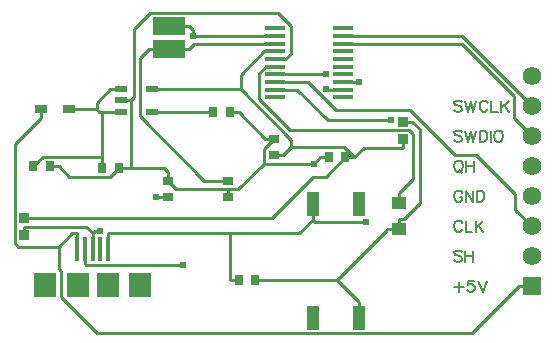
<source format=gtl>
G04 Layer: TopLayer*
G04 EasyEDA v6.5.40, 2024-08-14 22:01:03*
G04 cb6e2e9fbd21486d88ae5690d2d3dc00,10*
G04 Gerber Generator version 0.2*
G04 Scale: 100 percent, Rotated: No, Reflected: No *
G04 Dimensions in millimeters *
G04 leading zeros omitted , absolute positions ,4 integer and 5 decimal *
%FSLAX45Y45*%
%MOMM*%

%AMMACRO1*21,1,$1,$2,0,0,$3*%
%ADD10C,0.2032*%
%ADD11C,0.2540*%
%ADD12O,1.7420082X0.36400740000000004*%
%ADD13R,0.8000X0.9000*%
%ADD14R,0.9000X0.8000*%
%ADD15R,1.0000X0.7500*%
%ADD16R,1.1000X0.6000*%
%ADD17MACRO1,1.5X2.7X90.0000*%
%ADD18R,1.0000X2.0000*%
%ADD19R,0.4500X2.0000*%
%ADD20R,1.9000X2.1000*%
%ADD21MACRO1,0.864X0.8065X0.0000*%
%ADD22R,0.8640X0.8065*%
%ADD23R,1.2500X1.0000*%
%ADD24R,1.5748X1.5748*%
%ADD25C,1.5748*%
%ADD26C,0.6100*%
%ADD27C,0.0199*%

%LPD*%
D10*
X4229354Y-344423D02*
G01*
X4220209Y-335534D01*
X4206493Y-330962D01*
X4188206Y-330962D01*
X4174743Y-335534D01*
X4165600Y-344423D01*
X4165600Y-353568D01*
X4170172Y-362712D01*
X4174743Y-367284D01*
X4183888Y-371855D01*
X4211065Y-381000D01*
X4220209Y-385318D01*
X4224781Y-389889D01*
X4229354Y-399034D01*
X4229354Y-412750D01*
X4220209Y-421894D01*
X4206493Y-426465D01*
X4188206Y-426465D01*
X4174743Y-421894D01*
X4165600Y-412750D01*
X4259325Y-330962D02*
G01*
X4281931Y-426465D01*
X4304791Y-330962D02*
G01*
X4281931Y-426465D01*
X4304791Y-330962D02*
G01*
X4327397Y-426465D01*
X4350258Y-330962D02*
G01*
X4327397Y-426465D01*
X4448302Y-353568D02*
G01*
X4443729Y-344423D01*
X4434586Y-335534D01*
X4425695Y-330962D01*
X4407408Y-330962D01*
X4398263Y-335534D01*
X4389120Y-344423D01*
X4384802Y-353568D01*
X4380229Y-367284D01*
X4380229Y-389889D01*
X4384802Y-403605D01*
X4389120Y-412750D01*
X4398263Y-421894D01*
X4407408Y-426465D01*
X4425695Y-426465D01*
X4434586Y-421894D01*
X4443729Y-412750D01*
X4448302Y-403605D01*
X4478274Y-330962D02*
G01*
X4478274Y-426465D01*
X4478274Y-426465D02*
G01*
X4532884Y-426465D01*
X4562856Y-330962D02*
G01*
X4562856Y-426465D01*
X4626609Y-330962D02*
G01*
X4562856Y-394462D01*
X4585715Y-371855D02*
G01*
X4626609Y-426465D01*
X4229354Y-598423D02*
G01*
X4220209Y-589534D01*
X4206493Y-584962D01*
X4188206Y-584962D01*
X4174743Y-589534D01*
X4165600Y-598423D01*
X4165600Y-607568D01*
X4170172Y-616712D01*
X4174743Y-621284D01*
X4183888Y-625855D01*
X4211065Y-635000D01*
X4220209Y-639318D01*
X4224781Y-643889D01*
X4229354Y-653034D01*
X4229354Y-666750D01*
X4220209Y-675894D01*
X4206493Y-680465D01*
X4188206Y-680465D01*
X4174743Y-675894D01*
X4165600Y-666750D01*
X4259325Y-584962D02*
G01*
X4281931Y-680465D01*
X4304791Y-584962D02*
G01*
X4281931Y-680465D01*
X4304791Y-584962D02*
G01*
X4327397Y-680465D01*
X4350258Y-584962D02*
G01*
X4327397Y-680465D01*
X4380229Y-584962D02*
G01*
X4380229Y-680465D01*
X4380229Y-584962D02*
G01*
X4411979Y-584962D01*
X4425695Y-589534D01*
X4434586Y-598423D01*
X4439158Y-607568D01*
X4443729Y-621284D01*
X4443729Y-643889D01*
X4439158Y-657605D01*
X4434586Y-666750D01*
X4425695Y-675894D01*
X4411979Y-680465D01*
X4380229Y-680465D01*
X4473702Y-584962D02*
G01*
X4473702Y-680465D01*
X4531106Y-584962D02*
G01*
X4521961Y-589534D01*
X4512818Y-598423D01*
X4508245Y-607568D01*
X4503674Y-621284D01*
X4503674Y-643889D01*
X4508245Y-657605D01*
X4512818Y-666750D01*
X4521961Y-675894D01*
X4531106Y-680465D01*
X4549140Y-680465D01*
X4558284Y-675894D01*
X4567427Y-666750D01*
X4572000Y-657605D01*
X4576572Y-643889D01*
X4576572Y-621284D01*
X4572000Y-607568D01*
X4567427Y-598423D01*
X4558284Y-589534D01*
X4549140Y-584962D01*
X4531106Y-584962D01*
X4192777Y-838962D02*
G01*
X4183888Y-843534D01*
X4174743Y-852423D01*
X4170172Y-861568D01*
X4165600Y-875284D01*
X4165600Y-897889D01*
X4170172Y-911605D01*
X4174743Y-920750D01*
X4183888Y-929894D01*
X4192777Y-934465D01*
X4211065Y-934465D01*
X4220209Y-929894D01*
X4229354Y-920750D01*
X4233672Y-911605D01*
X4238243Y-897889D01*
X4238243Y-875284D01*
X4233672Y-861568D01*
X4229354Y-852423D01*
X4220209Y-843534D01*
X4211065Y-838962D01*
X4192777Y-838962D01*
X4206493Y-916178D02*
G01*
X4233672Y-943355D01*
X4268215Y-838962D02*
G01*
X4268215Y-934465D01*
X4331970Y-838962D02*
G01*
X4331970Y-934465D01*
X4268215Y-884428D02*
G01*
X4331970Y-884428D01*
X4233672Y-1115568D02*
G01*
X4229354Y-1106423D01*
X4220209Y-1097534D01*
X4211065Y-1092962D01*
X4192777Y-1092962D01*
X4183888Y-1097534D01*
X4174743Y-1106423D01*
X4170172Y-1115568D01*
X4165600Y-1129284D01*
X4165600Y-1151889D01*
X4170172Y-1165605D01*
X4174743Y-1174750D01*
X4183888Y-1183894D01*
X4192777Y-1188465D01*
X4211065Y-1188465D01*
X4220209Y-1183894D01*
X4229354Y-1174750D01*
X4233672Y-1165605D01*
X4233672Y-1151889D01*
X4211065Y-1151889D02*
G01*
X4233672Y-1151889D01*
X4263897Y-1092962D02*
G01*
X4263897Y-1188465D01*
X4263897Y-1092962D02*
G01*
X4327397Y-1188465D01*
X4327397Y-1092962D02*
G01*
X4327397Y-1188465D01*
X4357370Y-1092962D02*
G01*
X4357370Y-1188465D01*
X4357370Y-1092962D02*
G01*
X4389120Y-1092962D01*
X4402836Y-1097534D01*
X4411979Y-1106423D01*
X4416552Y-1115568D01*
X4421124Y-1129284D01*
X4421124Y-1151889D01*
X4416552Y-1165605D01*
X4411979Y-1174750D01*
X4402836Y-1183894D01*
X4389120Y-1188465D01*
X4357370Y-1188465D01*
X4233672Y-1369568D02*
G01*
X4229354Y-1360423D01*
X4220209Y-1351534D01*
X4211065Y-1346962D01*
X4192777Y-1346962D01*
X4183888Y-1351534D01*
X4174743Y-1360423D01*
X4170172Y-1369568D01*
X4165600Y-1383284D01*
X4165600Y-1405889D01*
X4170172Y-1419605D01*
X4174743Y-1428750D01*
X4183888Y-1437894D01*
X4192777Y-1442465D01*
X4211065Y-1442465D01*
X4220209Y-1437894D01*
X4229354Y-1428750D01*
X4233672Y-1419605D01*
X4263897Y-1346962D02*
G01*
X4263897Y-1442465D01*
X4263897Y-1442465D02*
G01*
X4318254Y-1442465D01*
X4348225Y-1346962D02*
G01*
X4348225Y-1442465D01*
X4411979Y-1346962D02*
G01*
X4348225Y-1410462D01*
X4371086Y-1387855D02*
G01*
X4411979Y-1442465D01*
X4229354Y-1614423D02*
G01*
X4220209Y-1605534D01*
X4206493Y-1600962D01*
X4188206Y-1600962D01*
X4174743Y-1605534D01*
X4165600Y-1614423D01*
X4165600Y-1623568D01*
X4170172Y-1632712D01*
X4174743Y-1637284D01*
X4183888Y-1641855D01*
X4211065Y-1651000D01*
X4220209Y-1655318D01*
X4224781Y-1659889D01*
X4229354Y-1669034D01*
X4229354Y-1682750D01*
X4220209Y-1691894D01*
X4206493Y-1696465D01*
X4188206Y-1696465D01*
X4174743Y-1691894D01*
X4165600Y-1682750D01*
X4259325Y-1600962D02*
G01*
X4259325Y-1696465D01*
X4322825Y-1600962D02*
G01*
X4322825Y-1696465D01*
X4259325Y-1646428D02*
G01*
X4322825Y-1646428D01*
X4206493Y-1868423D02*
G01*
X4206493Y-1950465D01*
X4165600Y-1909318D02*
G01*
X4247388Y-1909318D01*
X4331970Y-1854962D02*
G01*
X4286504Y-1854962D01*
X4281931Y-1895855D01*
X4286504Y-1891284D01*
X4300220Y-1886712D01*
X4313681Y-1886712D01*
X4327397Y-1891284D01*
X4336541Y-1900428D01*
X4341113Y-1913889D01*
X4341113Y-1923034D01*
X4336541Y-1936750D01*
X4327397Y-1945894D01*
X4313681Y-1950465D01*
X4300220Y-1950465D01*
X4286504Y-1945894D01*
X4281931Y-1941321D01*
X4277359Y-1932178D01*
X4371086Y-1854962D02*
G01*
X4407408Y-1950465D01*
X4443729Y-1854962D02*
G01*
X4407408Y-1950465D01*
D11*
X3733800Y-732586D02*
G01*
X3397961Y-732586D01*
X3317747Y-812800D01*
X3733800Y-659536D02*
G01*
X3733800Y-732586D01*
X3245002Y-812800D02*
G01*
X3317747Y-812800D01*
X2641600Y-793902D02*
G01*
X2719349Y-793902D01*
X2356332Y-235204D02*
G01*
X2356332Y-114731D01*
X2555875Y84810D01*
X2646603Y84810D01*
X1603222Y-235204D02*
G01*
X2356332Y-235204D01*
X2356332Y-235204D02*
G01*
X2787370Y-666242D01*
X2787370Y-725881D01*
X2719349Y-793902D02*
G01*
X2787370Y-725881D01*
X2787370Y-725881D02*
G01*
X3230829Y-725881D01*
X3317747Y-812800D01*
X520700Y-1321663D02*
G01*
X596645Y-1321663D01*
X596645Y-1321663D02*
G01*
X2626893Y-1321663D01*
X2972181Y-976376D01*
X3081426Y-976376D01*
X3245002Y-812800D01*
X1039850Y-1586407D02*
G01*
X1039850Y-1719117D01*
X1039850Y-1719120D01*
X1039850Y-1719122D02*
G01*
X1048029Y-1727301D01*
X1872742Y-1727301D01*
X3220796Y-175209D02*
G01*
X3361080Y-175209D01*
X2646603Y-240207D02*
G01*
X2837484Y-240207D01*
X3094329Y-497052D01*
X3627577Y-497052D01*
X2646603Y-110210D02*
G01*
X3080156Y-110210D01*
X2342997Y-1854200D02*
G01*
X2270252Y-1854200D01*
X1234922Y-1586407D02*
G01*
X1234922Y-1453644D01*
X1234920Y-1453642D01*
X1343177Y-330200D02*
G01*
X1430934Y-330200D01*
X743102Y-889000D02*
G01*
X815847Y-889000D01*
X2247900Y-1082370D02*
G01*
X2247900Y-1149502D01*
X2247900Y-1082370D02*
G01*
X1812772Y-1082370D01*
X1739900Y-1009497D01*
X2641600Y-653897D02*
G01*
X2552471Y-743026D01*
X2552471Y-866775D01*
X3104997Y-812800D02*
G01*
X3032252Y-812800D01*
X2552471Y-866775D02*
G01*
X2336876Y-1082370D01*
X2247900Y-1082370D01*
X2967304Y-1209090D02*
G01*
X2967304Y-1341831D01*
X2270252Y-1854200D02*
G01*
X2270252Y-1453642D01*
X2270252Y-1453642D02*
G01*
X2855493Y-1453642D01*
X2967304Y-1341831D01*
X815847Y-889000D02*
G01*
X906424Y-979576D01*
X1249426Y-979576D01*
X1327302Y-901700D01*
X1234922Y-1453642D02*
G01*
X2270252Y-1453642D01*
X1327302Y-901700D02*
G01*
X1363675Y-901700D01*
X1739900Y-1009497D02*
G01*
X1739900Y-936752D01*
X1433347Y-901700D02*
G01*
X1433347Y-332612D01*
X1430934Y-330200D01*
X1363675Y-901700D02*
G01*
X1433347Y-901700D01*
X1433347Y-901700D02*
G01*
X1704847Y-901700D01*
X1739900Y-936752D01*
X2339847Y-431800D02*
G01*
X2561945Y-653897D01*
X2641600Y-653897D01*
X2267102Y-431800D02*
G01*
X2339847Y-431800D01*
X2646603Y19786D02*
G01*
X2736545Y19786D01*
X2780893Y64135D01*
X2780893Y296824D01*
X2671648Y406069D01*
X1592122Y406069D01*
X1457756Y271703D01*
X1457756Y-303377D01*
X1430934Y-330200D01*
X3421735Y-1361871D02*
G01*
X2987344Y-1361871D01*
X2967304Y-1341831D01*
X3032252Y-812800D02*
G01*
X2978277Y-866775D01*
X2978277Y-866775D02*
G01*
X2552471Y-866775D01*
X4826000Y-635000D02*
G01*
X4669790Y-478789D01*
X4669790Y-289229D01*
X4230750Y149809D01*
X3220796Y149809D01*
X904646Y-406400D02*
G01*
X987399Y-406400D01*
X1343177Y-235204D02*
G01*
X1255445Y-235204D01*
X1142136Y-406400D02*
G01*
X987399Y-406400D01*
X1142136Y-406400D02*
G01*
X1142136Y-348513D01*
X1255445Y-235204D01*
X1343177Y-425195D02*
G01*
X1187297Y-425195D01*
X1187297Y-425195D02*
G01*
X1160932Y-425195D01*
X1142136Y-406400D01*
X603097Y-889000D02*
G01*
X680973Y-811123D01*
X1187297Y-811123D01*
X1187297Y-901700D02*
G01*
X1187297Y-811123D01*
X1187297Y-811123D02*
G01*
X1187297Y-425195D01*
X1603222Y-425195D02*
G01*
X2047747Y-425195D01*
X2054352Y-431800D01*
X2127097Y-431800D02*
G01*
X2054352Y-431800D01*
X4826000Y-381000D02*
G01*
X4230192Y214807D01*
X3220796Y214807D01*
X1836470Y108204D02*
G01*
X1920341Y108204D01*
X1836470Y108204D02*
G01*
X1752600Y108204D01*
X1584858Y108204D02*
G01*
X1503324Y26670D01*
X1503324Y-463295D01*
X2049525Y-1009497D01*
X2247900Y-1009497D01*
X1752600Y108204D02*
G01*
X1584858Y108204D01*
X1920341Y108204D02*
G01*
X1961946Y149809D01*
X2646603Y149809D01*
X1104874Y-1586407D02*
G01*
X1104874Y-1453642D01*
X1104874Y-1453642D01*
X3220796Y-240207D02*
G01*
X3085363Y-240207D01*
X3081604Y-236448D01*
X520700Y-1472336D02*
G01*
X520700Y-1399260D01*
X520700Y-1399260D02*
G01*
X1050493Y-1399260D01*
X1104874Y-1453642D01*
X1104874Y-1453642D02*
G01*
X1123569Y-1434947D01*
X1167155Y-1434947D01*
X4826000Y-1905000D02*
G01*
X4714519Y-1905000D01*
X974826Y-1586407D02*
G01*
X974826Y-1453644D01*
X974824Y-1453642D01*
X670153Y-406400D02*
G01*
X670153Y-476630D01*
X816355Y-1567179D02*
G01*
X475818Y-1567179D01*
X444627Y-1535988D01*
X444627Y-702157D01*
X670153Y-476630D01*
X4714519Y-1905000D02*
G01*
X4317542Y-2301976D01*
X1137945Y-2301976D01*
X832738Y-1996770D01*
X832738Y-1774799D01*
X816355Y-1758416D01*
X816355Y-1567179D01*
X816355Y-1567179D02*
G01*
X929894Y-1453642D01*
X974826Y-1453642D01*
X2646603Y-175209D02*
G01*
X2928518Y-175209D01*
X3165322Y-412013D01*
X3789222Y-412013D01*
X4169283Y-792073D01*
X4352137Y-792073D01*
X4683607Y-1123543D01*
X4683607Y-1254607D01*
X4826000Y-1397000D01*
X2483002Y-1854200D02*
G01*
X2519451Y-1854200D01*
X3357321Y-2169109D02*
G01*
X3357321Y-2036216D01*
X3600297Y-1418107D02*
G01*
X3600297Y-1429207D01*
X3175304Y-1854200D01*
X2519451Y-1854200D02*
G01*
X3175304Y-1854200D01*
X3175304Y-1854200D02*
G01*
X3357321Y-2036216D01*
X3695700Y-1418107D02*
G01*
X3600297Y-1418107D01*
X3809898Y-508863D02*
G01*
X3873982Y-572947D01*
X3873982Y-1198371D01*
X3737152Y-1335201D01*
X3695700Y-1335201D01*
X3733800Y-508863D02*
G01*
X3809898Y-508863D01*
X3695700Y-1418107D02*
G01*
X3695700Y-1335201D01*
X2646603Y-45212D02*
G01*
X2569616Y-45212D01*
X2516200Y-98628D01*
X2516200Y-321157D01*
X2777109Y-582066D01*
X3786860Y-582066D01*
X3818559Y-613765D01*
X3818559Y-992479D01*
X3695700Y-1115339D01*
X3695700Y-1198092D02*
G01*
X3695700Y-1115339D01*
X1836470Y298195D02*
G01*
X1920341Y298195D01*
X1836470Y298195D02*
G01*
X1752600Y298195D01*
X1739900Y-1149502D02*
G01*
X1662150Y-1149502D01*
X2646603Y214807D02*
G01*
X1956638Y214807D01*
X1955368Y216077D01*
X1920341Y298195D02*
G01*
X1955368Y263169D01*
X1955368Y216077D01*
X1662150Y-1149502D02*
G01*
X1643430Y-1149502D01*
D12*
G01*
X2646603Y279806D03*
G01*
X2646603Y214807D03*
G01*
X2646603Y149809D03*
G01*
X2646603Y84810D03*
G01*
X2646603Y19786D03*
G01*
X2646603Y-45212D03*
G01*
X2646603Y-110210D03*
G01*
X2646603Y-175209D03*
G01*
X2646603Y-240207D03*
G01*
X2646603Y-305206D03*
G01*
X3220796Y279806D03*
G01*
X3220796Y214807D03*
G01*
X3220796Y149809D03*
G01*
X3220796Y84810D03*
G01*
X3220796Y19786D03*
G01*
X3220796Y-45212D03*
G01*
X3220796Y-110210D03*
G01*
X3220796Y-175209D03*
G01*
X3220796Y-240207D03*
G01*
X3220796Y-305206D03*
D13*
G01*
X3245002Y-812800D03*
G01*
X3104997Y-812800D03*
D14*
G01*
X2641600Y-793902D03*
G01*
X2641600Y-653897D03*
G01*
X1739900Y-1149502D03*
G01*
X1739900Y-1009497D03*
G01*
X2247900Y-1009497D03*
G01*
X2247900Y-1149502D03*
D13*
G01*
X603097Y-889000D03*
G01*
X743102Y-889000D03*
G01*
X1187297Y-901700D03*
G01*
X1327302Y-901700D03*
G01*
X2127097Y-431800D03*
G01*
X2267102Y-431800D03*
D15*
G01*
X670153Y-406400D03*
G01*
X904646Y-406400D03*
D16*
G01*
X1603222Y-235204D03*
G01*
X1603222Y-425195D03*
G01*
X1343177Y-425195D03*
G01*
X1343177Y-330200D03*
G01*
X1343177Y-235204D03*
D17*
G01*
X1752600Y108200D03*
G01*
X1752600Y298199D03*
D18*
G01*
X2967304Y-2169109D03*
G01*
X2967304Y-1209090D03*
G01*
X3357321Y-2169109D03*
G01*
X3357321Y-1209090D03*
D19*
G01*
X1234922Y-1586407D03*
G01*
X1169898Y-1586407D03*
G01*
X1104874Y-1586407D03*
G01*
X1039850Y-1586407D03*
G01*
X974826Y-1586407D03*
D20*
G01*
X1504899Y-1893417D03*
G01*
X704900Y-1893417D03*
G01*
X983919Y-1894941D03*
G01*
X1235887Y-1896897D03*
D13*
G01*
X2483002Y-1854200D03*
G01*
X2342997Y-1854200D03*
D21*
G01*
X3733800Y-659524D03*
D22*
G01*
X3733800Y-508863D03*
D23*
G01*
X3695710Y-1418102D03*
G01*
X3695710Y-1198087D03*
D21*
G01*
X520700Y-1472324D03*
D22*
G01*
X520700Y-1321663D03*
D24*
G01*
X4826000Y-1905000D03*
D25*
G01*
X4826000Y-1651000D03*
G01*
X4826000Y-1397000D03*
G01*
X4826000Y-1143000D03*
G01*
X4826000Y-889000D03*
G01*
X4826000Y-635000D03*
G01*
X4826000Y-381000D03*
G01*
X4826000Y-127000D03*
D26*
G01*
X1643430Y-1149502D03*
G01*
X1955368Y216077D03*
G01*
X1167155Y-1434947D03*
G01*
X3081604Y-236448D03*
G01*
X2978277Y-866775D03*
G01*
X3421735Y-1361871D03*
G01*
X3080156Y-110210D03*
G01*
X3627577Y-497052D03*
G01*
X1872742Y-1727301D03*
G01*
X3361080Y-175209D03*
M02*

</source>
